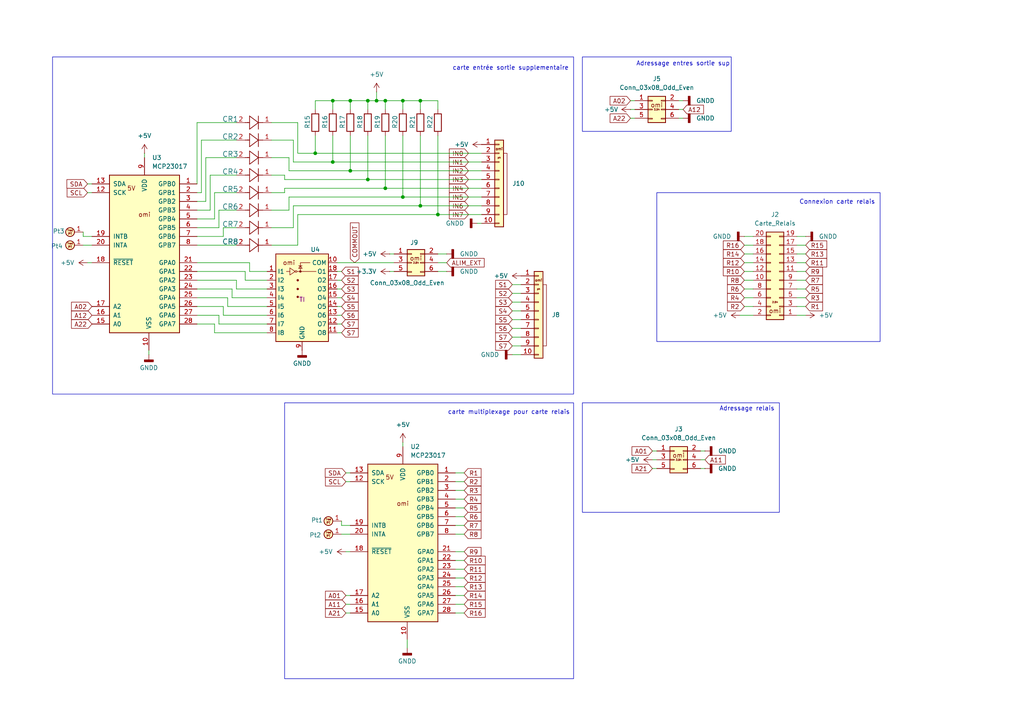
<source format=kicad_sch>
(kicad_sch (version 20231120) (generator "eeschema") (generator_version "8.0")
  (paper "A4")
  (lib_symbols
    (symbol "Device:R" (pin_numbers hide) (pin_names (offset 0))
      (property "Reference" "R" (at 2.032 0 90))
      (property "Value" "R" (at 0 0 90))
      (symbol "R_1_1"
        (pin passive line (at 0 3.81 270) (length 1.27) (name "~") (number "1"))
        (pin passive line (at 0 -3.81 90) (length 1.27) (name "~") (number "2"))
      )
    )
    (symbol "Omiconnecteur:Conn_02x03_Odd_Even_omi" (pin_names (offset 1.016) hide)
      (property "Reference" "J" (at 1.27 12.7 0))
      (property "Value" "Conn_03x08_Odd_Even" (at 0.762 -0.508 0))
      (symbol "Conn_02x03_Odd_Even_omi_1_1"
        (text "2.54" (at 1.27 7.62 0) (effects (font (size 0.5 0.5))))
        (text "omi" (at 1.27 8.89 0) (effects (font (size 1.27 1.27))))
        (pin passive line (at -5.08 10.16 0) (length 3.81) (name "Pin_1") (number "1"))
        (pin passive line (at 7.62 10.16 180) (length 3.81) (name "Pin_2") (number "2"))
        (pin passive line (at -5.08 7.62 0) (length 3.81) (name "Pin_3") (number "3"))
        (pin passive line (at 7.62 7.62 180) (length 3.81) (name "Pin_4") (number "4"))
        (pin passive line (at -5.08 5.08 0) (length 3.81) (name "Pin_5") (number "5"))
        (pin passive line (at 7.62 5.08 180) (length 3.81) (name "Pin_6") (number "6"))
      )
    )
    (symbol "Omiconnecteur:Conn_02x10_Odd_Even_omi" (pin_names (offset 1.016) hide)
      (property "Reference" "J" (at 1.27 12.7 0))
      (property "Value" "Conn_02x10_Odd_Even" (at 1.27 -15.24 0))
      (symbol "Conn_02x10_Odd_Even_omi_1_1"
        (text "2.54" (at 1.27 6.35 0) (effects (font (size 0.5 0.5))))
        (text "omi" (at 1.27 8.89 0) (effects (font (size 1.27 1.27))))
        (pin passive line (at -5.08 10.16 0) (length 3.81) (name "Pin_1") (number "1"))
        (pin passive line (at 7.62 0 180) (length 3.81) (name "Pin_10") (number "10"))
        (pin passive line (at -5.08 -2.54 0) (length 3.81) (name "Pin_11") (number "11"))
        (pin passive line (at 7.62 -2.54 180) (length 3.81) (name "Pin_12") (number "12"))
        (pin passive line (at -5.08 -5.08 0) (length 3.81) (name "Pin_13") (number "13"))
        (pin passive line (at 7.62 -5.08 180) (length 3.81) (name "Pin_14") (number "14"))
        (pin passive line (at -5.08 -7.62 0) (length 3.81) (name "Pin_15") (number "15"))
        (pin passive line (at 7.62 -7.62 180) (length 3.81) (name "Pin_16") (number "16"))
        (pin passive line (at -5.08 -10.16 0) (length 3.81) (name "Pin_17") (number "17"))
        (pin passive line (at 7.62 -10.16 180) (length 3.81) (name "Pin_18") (number "18"))
        (pin passive line (at -5.08 -12.7 0) (length 3.81) (name "Pin_19") (number "19"))
        (pin passive line (at 7.62 10.16 180) (length 3.81) (name "Pin_2") (number "2"))
        (pin passive line (at 7.62 -12.7 180) (length 3.81) (name "Pin_20") (number "20"))
        (pin passive line (at -5.08 7.62 0) (length 3.81) (name "Pin_3") (number "3"))
        (pin passive line (at 7.62 7.62 180) (length 3.81) (name "Pin_4") (number "4"))
        (pin passive line (at -5.08 5.08 0) (length 3.81) (name "Pin_5") (number "5"))
        (pin passive line (at 7.62 5.08 180) (length 3.81) (name "Pin_6") (number "6"))
        (pin passive line (at -5.08 2.54 0) (length 3.81) (name "Pin_7") (number "7"))
        (pin passive line (at 7.62 2.54 180) (length 3.81) (name "Pin_8") (number "8"))
        (pin passive line (at -5.08 0 0) (length 3.81) (name "Pin_9") (number "9"))
      )
    )
    (symbol "Omiconnecteur:Conn_PH_01x10_P2.00mm_trad_vertical" (pin_names (offset 1.016) hide)
      (property "Reference" "J" (at 0 12.7 0))
      (symbol "Conn_PH_01x10_P2.00mm_trad_vertical_1_1"
        (text "omi" (at 1.27 8.89 0) (effects (font (size 0.75 0.75))))
        (text "ph\n" (at 1.27 6.35 0) (effects (font (size 0.5 0.5))))
        (pin passive line (at -3.81 10.16 0) (length 3.81) (name "Pin_1") (number "1"))
        (pin passive line (at -3.81 -12.7 0) (length 3.81) (name "Pin_10") (number "10"))
        (pin passive line (at -3.81 7.62 0) (length 3.81) (name "Pin_2") (number "2"))
        (pin passive line (at -3.81 5.08 0) (length 3.81) (name "Pin_3") (number "3"))
        (pin passive line (at -3.81 2.54 0) (length 3.81) (name "Pin_4") (number "4"))
        (pin passive line (at -3.81 0 0) (length 3.81) (name "Pin_5") (number "5"))
        (pin passive line (at -3.81 -2.54 0) (length 3.81) (name "Pin_6") (number "6"))
        (pin passive line (at -3.81 -5.08 0) (length 3.81) (name "Pin_7") (number "7"))
        (pin passive line (at -3.81 -7.62 0) (length 3.81) (name "Pin_8") (number "8"))
        (pin passive line (at -3.81 -10.16 0) (length 3.81) (name "Pin_9") (number "9"))
      )
    )
    (symbol "Omidiode:BAS170W" (pin_names (offset 0.254))
      (property "Reference" "CR" (at 5.08 4.445 0))
      (property "Value" "BAS170W" (at 5.08 -3.81 0))
      (symbol "BAS170W_1_1"
        (pin passive line (at 10.16 0 180) (length 2.54) (name "") (number "1"))
        (pin passive line (at 0 0 0) (length 2.54) (name "") (number "2"))
      )
    )
    (symbol "Omidivers:PT_trad_1.0mm" (pin_names (offset 1.016) hide)
      (property "Reference" "Pt" (at 0.508 2.286 0))
      (symbol "PT_trad_1.0mm_1_1"
        (text "PT" (at 1.27 0.508 0) (effects (font (size 0.635 0.635))))
        (text "Trad" (at 1.27 -0.508 0) (effects (font (size 0.508 0.508))))
        (pin passive line (at -2.54 0 0) (length 2.54) (name "Pin_1") (number "1"))
      )
    )
    (symbol "Omigpio:MCP23017" (pin_names (offset 1.016))
      (property "Reference" "U8" (at -6.35 24.13 0))
      (property "Value" "MCP23017" (at 3.81 24.13 0))
      (symbol "MCP23017_1_1"
        (text "5V" (at -1.27 19.05 0) (effects (font (size 1.27 1.27))))
        (text "omi" (at 2.54 11.43 0) (effects (font (size 1.27 1.27))))
        (pin bidirectional line (at 17.78 20.32 180) (length 5.08) (name "GPB0") (number "1"))
        (pin input line (at 3.81 -27.94 90) (length 5.08) (name "VSS") (number "10"))
        (pin no_connect line (at -12.7 15.24 0) (length 5.08) hide (name "NC") (number "11"))
        (pin input line (at -12.7 17.78 0) (length 5.08) (name "SCK") (number "12"))
        (pin bidirectional line (at -12.7 20.32 0) (length 5.08) (name "SDA") (number "13"))
        (pin no_connect line (at -12.7 12.7 0) (length 5.08) hide (name "NC") (number "14"))
        (pin input line (at -12.7 -20.32 0) (length 5.08) (name "A0") (number "15"))
        (pin input line (at -12.7 -17.78 0) (length 5.08) (name "A1") (number "16"))
        (pin input line (at -12.7 -15.24 0) (length 5.08) (name "A2") (number "17"))
        (pin input line (at -12.7 -2.54 0) (length 5.08) (name "~{RESET}") (number "18"))
        (pin tri_state line (at -12.7 5.08 0) (length 5.08) (name "INTB") (number "19"))
        (pin bidirectional line (at 17.78 17.78 180) (length 5.08) (name "GPB1") (number "2"))
        (pin tri_state line (at -12.7 2.54 0) (length 5.08) (name "INTA") (number "20"))
        (pin bidirectional line (at 17.78 -2.54 180) (length 5.08) (name "GPA0") (number "21"))
        (pin bidirectional line (at 17.78 -5.08 180) (length 5.08) (name "GPA1") (number "22"))
        (pin bidirectional line (at 17.78 -7.62 180) (length 5.08) (name "GPA2") (number "23"))
        (pin bidirectional line (at 17.78 -10.16 180) (length 5.08) (name "GPA3") (number "24"))
        (pin bidirectional line (at 17.78 -12.7 180) (length 5.08) (name "GPA4") (number "25"))
        (pin bidirectional line (at 17.78 -15.24 180) (length 5.08) (name "GPA5") (number "26"))
        (pin bidirectional line (at 17.78 -17.78 180) (length 5.08) (name "GPA6") (number "27"))
        (pin bidirectional line (at 17.78 -20.32 180) (length 5.08) (name "GPA7") (number "28"))
        (pin bidirectional line (at 17.78 15.24 180) (length 5.08) (name "GPB2") (number "3"))
        (pin bidirectional line (at 17.78 12.7 180) (length 5.08) (name "GPB3") (number "4"))
        (pin bidirectional line (at 17.78 10.16 180) (length 5.08) (name "GPB4") (number "5"))
        (pin bidirectional line (at 17.78 7.62 180) (length 5.08) (name "GPB5") (number "6"))
        (pin bidirectional line (at 17.78 5.08 180) (length 5.08) (name "GPB6") (number "7"))
        (pin bidirectional line (at 17.78 2.54 180) (length 5.08) (name "GPB7") (number "8"))
        (pin input line (at 2.54 27.94 270) (length 5.08) (name "VDD") (number "9"))
      )
    )
    (symbol "Omigpio:ULN2803ADWR"
      (property "Reference" "U9" (at 0 14.3043 0))
      (property "Value" "ULN2803ADWR" (at 0 11.8801 0))
      (property "Fabriquant" "TI" (at 0 0 0))
      (property "fabreference" "ULN2803ADWR" (at 0 0 0))
      (property "Distributeur1" "RS:646-6311P" (at 0 0 0))
      (property "Distributeur2" "F:1652419" (at 0 0 0))
      (property "Distributeur3" "DK:296-15777-1-ND" (at 0 0 0))
      (symbol "ULN2803ADWR_1_1"
        (text "omi" (at -3.81 7.62 0) (effects (font (size 1.27 1.27))))
        (pin input line (at -10.16 5.08 0) (length 2.54) (name "I1") (number "1"))
        (pin passive line (at 10.16 7.62 180) (length 2.54) (name "COM") (number "10"))
        (pin open_collector line (at 10.16 -12.7 180) (length 2.54) (name "O8") (number "11"))
        (pin open_collector line (at 10.16 -10.16 180) (length 2.54) (name "O7") (number "12"))
        (pin open_collector line (at 10.16 -7.62 180) (length 2.54) (name "O6") (number "13"))
        (pin open_collector line (at 10.16 -5.08 180) (length 2.54) (name "O5") (number "14"))
        (pin open_collector line (at 10.16 -2.54 180) (length 2.54) (name "O4") (number "15"))
        (pin open_collector line (at 10.16 0 180) (length 2.54) (name "O3") (number "16"))
        (pin open_collector line (at 10.16 2.54 180) (length 2.54) (name "O2") (number "17"))
        (pin open_collector line (at 10.16 5.08 180) (length 2.54) (name "O1") (number "18"))
        (pin input line (at -10.16 2.54 0) (length 2.54) (name "I2") (number "2"))
        (pin input line (at -10.16 0 0) (length 2.54) (name "I3") (number "3"))
        (pin input line (at -10.16 -2.54 0) (length 2.54) (name "I4") (number "4"))
        (pin input line (at -10.16 -5.08 0) (length 2.54) (name "I5") (number "5"))
        (pin input line (at -10.16 -7.62 0) (length 2.54) (name "I6") (number "6"))
        (pin input line (at -10.16 -10.16 0) (length 2.54) (name "I7") (number "7"))
        (pin input line (at -10.16 -12.7 0) (length 2.54) (name "I8") (number "8"))
        (pin input line (at 0 -17.78 90) (length 2.54) (name "GND") (number "9"))
      )
    )
    (symbol "power:+3.3V" (power) (pin_numbers hide) (pin_names (offset 0) hide)
      (property "Value" "+3.3V" (at 0 3.556 0))
      (symbol "+3.3V_1_1"
        (pin power_in line (at 0 0 90) (length 0) (name "~") (number "1"))
      )
    )
    (symbol "power:+5V" (power) (pin_numbers hide) (pin_names (offset 0) hide)
      (property "Value" "+5V" (at 0 3.556 0))
      (symbol "+5V_1_1"
        (pin power_in line (at 0 0 90) (length 0) (name "~") (number "1"))
      )
    )
    (symbol "power:GNDD" (power) (pin_numbers hide) (pin_names (offset 0) hide)
      (property "Value" "GNDD" (at 0 -3.175 0))
      (symbol "GNDD_1_1"
        (pin power_in line (at 0 0 270) (length 0) (name "~") (number "1"))
      )
    )
  )
  (junction (at 101.6 49.53))
  (junction (at 101.6 29.21))
  (junction (at 96.52 29.21))
  (junction (at 91.44 44.45))
  (junction (at 121.92 29.21))
  (junction (at 109.22 29.21))
  (junction (at 106.68 52.07))
  (junction (at 106.68 29.21))
  (junction (at 116.84 29.21))
  (junction (at 116.84 57.15))
  (junction (at 127 62.23))
  (junction (at 111.76 54.61))
  (junction (at 121.92 59.69))
  (junction (at 96.52 46.99))
  (junction (at 111.76 29.21))
  (wire (pts (xy 127 39.37) (xy 127 62.23)))
  (wire (pts (xy 86.36 62.23) (xy 86.36 71.12)))
  (wire (pts (xy 233.68 88.9) (xy 231.14 88.9)))
  (wire (pts (xy 62.23 96.52) (xy 62.23 93.98)))
  (wire (pts (xy 233.68 78.74) (xy 231.14 78.74)))
  (wire (pts (xy 109.22 29.21) (xy 111.76 29.21)))
  (wire (pts (xy 113.03 78.74) (xy 114.3 78.74)))
  (wire (pts (xy 57.15 63.5) (xy 62.23 63.5)))
  (wire (pts (xy 148.59 82.55) (xy 151.13 82.55)))
  (wire (pts (xy 233.68 73.66) (xy 231.14 73.66)))
  (wire (pts (xy 25.4 76.2) (xy 26.67 76.2)))
  (wire (pts (xy 99.06 81.28) (xy 97.79 81.28)))
  (wire (pts (xy 60.96 60.96) (xy 57.15 60.96)))
  (wire (pts (xy 129.54 76.2) (xy 127 76.2)))
  (wire (pts (xy 96.52 29.21) (xy 101.6 29.21)))
  (wire (pts (xy 57.15 71.12) (xy 68.58 71.12)))
  (wire (pts (xy 116.84 39.37) (xy 116.84 57.15)))
  (wire (pts (xy 198.12 34.29) (xy 196.85 34.29)))
  (wire (pts (xy 68.58 83.82) (xy 77.47 83.82)))
  (wire (pts (xy 97.79 76.2) (xy 114.3 76.2)))
  (wire (pts (xy 71.12 81.28) (xy 71.12 78.74)))
  (wire (pts (xy 64.77 91.44) (xy 77.47 91.44)))
  (wire (pts (xy 129.54 78.74) (xy 127 78.74)))
  (wire (pts (xy 62.23 93.98) (xy 57.15 93.98)))
  (wire (pts (xy 63.5 66.04) (xy 63.5 60.96)))
  (wire (pts (xy 182.88 29.21) (xy 184.15 29.21)))
  (wire (pts (xy 101.6 39.37) (xy 101.6 49.53)))
  (wire (pts (xy 62.23 55.88) (xy 68.58 55.88)))
  (wire (pts (xy 78.74 60.96) (xy 83.82 60.96)))
  (wire (pts (xy 101.6 152.4) (xy 99.06 152.4)))
  (wire (pts (xy 204.47 130.81) (xy 203.2 130.81)))
  (wire (pts (xy 215.9 83.82) (xy 218.44 83.82)))
  (wire (pts (xy 198.12 31.75) (xy 196.85 31.75)))
  (wire (pts (xy 134.62 167.64) (xy 132.08 167.64)))
  (wire (pts (xy 96.52 46.99) (xy 139.7 46.99)))
  (wire (pts (xy 134.62 137.16) (xy 132.08 137.16)))
  (wire (pts (xy 121.92 39.37) (xy 121.92 59.69)))
  (wire (pts (xy 57.15 35.56) (xy 57.15 53.34)))
  (wire (pts (xy 134.62 144.78) (xy 132.08 144.78)))
  (wire (pts (xy 43.18 102.87) (xy 43.18 101.6)))
  (wire (pts (xy 59.69 45.72) (xy 68.58 45.72)))
  (wire (pts (xy 86.36 44.45) (xy 91.44 44.45)))
  (wire (pts (xy 127 31.75) (xy 127 29.21)))
  (wire (pts (xy 148.59 87.63) (xy 151.13 87.63)))
  (wire (pts (xy 127 62.23) (xy 139.7 62.23)))
  (wire (pts (xy 106.68 29.21) (xy 106.68 31.75)))
  (wire (pts (xy 101.6 31.75) (xy 101.6 29.21)))
  (wire (pts (xy 85.09 46.99) (xy 85.09 40.64)))
  (wire (pts (xy 86.36 62.23) (xy 127 62.23)))
  (wire (pts (xy 204.47 135.89) (xy 203.2 135.89)))
  (wire (pts (xy 127 29.21) (xy 121.92 29.21)))
  (wire (pts (xy 83.82 49.53) (xy 101.6 49.53)))
  (wire (pts (xy 59.69 58.42) (xy 59.69 45.72)))
  (wire (pts (xy 64.77 91.44) (xy 64.77 88.9)))
  (wire (pts (xy 71.12 78.74) (xy 57.15 78.74)))
  (wire (pts (xy 57.15 68.58) (xy 64.77 68.58)))
  (wire (pts (xy 134.62 147.32) (xy 132.08 147.32)))
  (wire (pts (xy 121.92 59.69) (xy 139.7 59.69)))
  (wire (pts (xy 41.91 44.45) (xy 41.91 45.72)))
  (wire (pts (xy 233.68 76.2) (xy 231.14 76.2)))
  (wire (pts (xy 66.04 88.9) (xy 66.04 86.36)))
  (wire (pts (xy 66.04 86.36) (xy 57.15 86.36)))
  (wire (pts (xy 99.06 86.36) (xy 97.79 86.36)))
  (wire (pts (xy 67.31 86.36) (xy 77.47 86.36)))
  (wire (pts (xy 68.58 83.82) (xy 68.58 81.28)))
  (wire (pts (xy 91.44 29.21) (xy 96.52 29.21)))
  (wire (pts (xy 215.9 76.2) (xy 218.44 76.2)))
  (wire (pts (xy 148.59 100.33) (xy 151.13 100.33)))
  (wire (pts (xy 138.43 64.77) (xy 139.7 64.77)))
  (wire (pts (xy 83.82 57.15) (xy 116.84 57.15)))
  (wire (pts (xy 134.62 149.86) (xy 132.08 149.86)))
  (wire (pts (xy 96.52 31.75) (xy 96.52 29.21)))
  (wire (pts (xy 99.06 93.98) (xy 97.79 93.98)))
  (wire (pts (xy 215.9 71.12) (xy 218.44 71.12)))
  (wire (pts (xy 82.55 54.61) (xy 111.76 54.61)))
  (wire (pts (xy 68.58 50.8) (xy 60.96 50.8)))
  (wire (pts (xy 148.59 92.71) (xy 151.13 92.71)))
  (wire (pts (xy 134.62 172.72) (xy 132.08 172.72)))
  (wire (pts (xy 64.77 66.04) (xy 68.58 66.04)))
  (wire (pts (xy 25.4 53.34) (xy 26.67 53.34)))
  (wire (pts (xy 96.52 39.37) (xy 96.52 46.99)))
  (wire (pts (xy 83.82 60.96) (xy 83.82 57.15)))
  (wire (pts (xy 24.13 71.12) (xy 26.67 71.12)))
  (wire (pts (xy 99.06 154.94) (xy 101.6 154.94)))
  (wire (pts (xy 121.92 31.75) (xy 121.92 29.21)))
  (wire (pts (xy 182.88 34.29) (xy 184.15 34.29)))
  (wire (pts (xy 63.5 60.96) (xy 68.58 60.96)))
  (wire (pts (xy 101.6 29.21) (xy 106.68 29.21)))
  (wire (pts (xy 233.68 81.28) (xy 231.14 81.28)))
  (wire (pts (xy 113.03 73.66) (xy 114.3 73.66)))
  (wire (pts (xy 100.33 177.8) (xy 101.6 177.8)))
  (wire (pts (xy 78.74 35.56) (xy 86.36 35.56)))
  (wire (pts (xy 116.84 57.15) (xy 139.7 57.15)))
  (wire (pts (xy 62.23 96.52) (xy 77.47 96.52)))
  (wire (pts (xy 189.23 133.35) (xy 190.5 133.35)))
  (wire (pts (xy 134.62 177.8) (xy 132.08 177.8)))
  (wire (pts (xy 215.9 86.36) (xy 218.44 86.36)))
  (wire (pts (xy 215.9 73.66) (xy 218.44 73.66)))
  (wire (pts (xy 99.06 78.74) (xy 97.79 78.74)))
  (wire (pts (xy 99.06 91.44) (xy 97.79 91.44)))
  (wire (pts (xy 109.22 29.21) (xy 106.68 29.21)))
  (wire (pts (xy 106.68 39.37) (xy 106.68 52.07)))
  (wire (pts (xy 83.82 49.53) (xy 83.82 45.72)))
  (wire (pts (xy 116.84 128.27) (xy 116.84 129.54)))
  (wire (pts (xy 215.9 78.74) (xy 218.44 78.74)))
  (wire (pts (xy 100.33 139.7) (xy 101.6 139.7)))
  (wire (pts (xy 189.23 135.89) (xy 190.5 135.89)))
  (wire (pts (xy 82.55 50.8) (xy 82.55 52.07)))
  (wire (pts (xy 148.59 102.87) (xy 151.13 102.87)))
  (wire (pts (xy 72.39 78.74) (xy 77.47 78.74)))
  (wire (pts (xy 67.31 83.82) (xy 57.15 83.82)))
  (wire (pts (xy 129.54 73.66) (xy 127 73.66)))
  (wire (pts (xy 121.92 29.21) (xy 116.84 29.21)))
  (wire (pts (xy 78.74 55.88) (xy 82.55 55.88)))
  (wire (pts (xy 148.59 95.25) (xy 151.13 95.25)))
  (wire (pts (xy 99.06 88.9) (xy 97.79 88.9)))
  (wire (pts (xy 215.9 81.28) (xy 218.44 81.28)))
  (wire (pts (xy 111.76 54.61) (xy 139.7 54.61)))
  (wire (pts (xy 100.33 172.72) (xy 101.6 172.72)))
  (wire (pts (xy 64.77 68.58) (xy 64.77 66.04)))
  (wire (pts (xy 25.4 55.88) (xy 26.67 55.88)))
  (wire (pts (xy 100.33 175.26) (xy 101.6 175.26)))
  (wire (pts (xy 148.59 90.17) (xy 151.13 90.17)))
  (wire (pts (xy 233.68 86.36) (xy 231.14 86.36)))
  (wire (pts (xy 85.09 59.69) (xy 85.09 66.04)))
  (wire (pts (xy 62.23 63.5) (xy 62.23 55.88)))
  (wire (pts (xy 68.58 35.56) (xy 57.15 35.56)))
  (wire (pts (xy 66.04 88.9) (xy 77.47 88.9)))
  (wire (pts (xy 71.12 81.28) (xy 77.47 81.28)))
  (wire (pts (xy 85.09 59.69) (xy 121.92 59.69)))
  (wire (pts (xy 67.31 86.36) (xy 67.31 83.82)))
  (wire (pts (xy 109.22 26.67) (xy 109.22 29.21)))
  (wire (pts (xy 57.15 58.42) (xy 59.69 58.42)))
  (wire (pts (xy 78.74 71.12) (xy 86.36 71.12)))
  (wire (pts (xy 215.9 88.9) (xy 218.44 88.9)))
  (wire (pts (xy 134.62 139.7) (xy 132.08 139.7)))
  (wire (pts (xy 189.23 130.81) (xy 190.5 130.81)))
  (wire (pts (xy 91.44 31.75) (xy 91.44 29.21)))
  (wire (pts (xy 78.74 40.64) (xy 85.09 40.64)))
  (wire (pts (xy 215.9 68.58) (xy 218.44 68.58)))
  (wire (pts (xy 68.58 40.64) (xy 58.42 40.64)))
  (wire (pts (xy 26.67 68.58) (xy 24.13 68.58)))
  (wire (pts (xy 231.14 68.58) (xy 233.68 68.58)))
  (wire (pts (xy 198.12 29.21) (xy 196.85 29.21)))
  (wire (pts (xy 58.42 40.64) (xy 58.42 55.88)))
  (wire (pts (xy 60.96 50.8) (xy 60.96 60.96)))
  (wire (pts (xy 99.06 83.82) (xy 97.79 83.82)))
  (wire (pts (xy 116.84 31.75) (xy 116.84 29.21)))
  (wire (pts (xy 91.44 44.45) (xy 139.7 44.45)))
  (wire (pts (xy 68.58 81.28) (xy 57.15 81.28)))
  (wire (pts (xy 63.5 91.44) (xy 57.15 91.44)))
  (wire (pts (xy 82.55 52.07) (xy 106.68 52.07)))
  (wire (pts (xy 101.6 49.53) (xy 139.7 49.53)))
  (wire (pts (xy 72.39 76.2) (xy 57.15 76.2)))
  (wire (pts (xy 57.15 66.04) (xy 63.5 66.04)))
  (wire (pts (xy 99.06 96.52) (xy 97.79 96.52)))
  (wire (pts (xy 233.68 71.12) (xy 231.14 71.12)))
  (wire (pts (xy 118.11 187.96) (xy 118.11 185.42)))
  (wire (pts (xy 233.68 83.82) (xy 231.14 83.82)))
  (wire (pts (xy 116.84 29.21) (xy 111.76 29.21)))
  (wire (pts (xy 148.59 85.09) (xy 151.13 85.09)))
  (wire (pts (xy 148.59 97.79) (xy 151.13 97.79)))
  (wire (pts (xy 82.55 55.88) (xy 82.55 54.61)))
  (wire (pts (xy 85.09 46.99) (xy 96.52 46.99)))
  (wire (pts (xy 214.63 91.44) (xy 218.44 91.44)))
  (wire (pts (xy 24.13 68.58) (xy 24.13 67.31)))
  (wire (pts (xy 134.62 160.02) (xy 132.08 160.02)))
  (wire (pts (xy 100.33 160.02) (xy 101.6 160.02)))
  (wire (pts (xy 111.76 31.75) (xy 111.76 29.21)))
  (wire (pts (xy 134.62 170.18) (xy 132.08 170.18)))
  (wire (pts (xy 134.62 175.26) (xy 132.08 175.26)))
  (wire (pts (xy 111.76 39.37) (xy 111.76 54.61)))
  (wire (pts (xy 134.62 165.1) (xy 132.08 165.1)))
  (wire (pts (xy 58.42 55.88) (xy 57.15 55.88)))
  (wire (pts (xy 134.62 152.4) (xy 132.08 152.4)))
  (wire (pts (xy 78.74 50.8) (xy 82.55 50.8)))
  (wire (pts (xy 63.5 93.98) (xy 77.47 93.98)))
  (wire (pts (xy 134.62 162.56) (xy 132.08 162.56)))
  (wire (pts (xy 99.06 152.4) (xy 99.06 151.13)))
  (wire (pts (xy 231.14 91.44) (xy 233.68 91.44)))
  (wire (pts (xy 100.33 137.16) (xy 101.6 137.16)))
  (wire (pts (xy 134.62 142.24) (xy 132.08 142.24)))
  (wire (pts (xy 86.36 35.56) (xy 86.36 44.45)))
  (wire (pts (xy 78.74 45.72) (xy 83.82 45.72)))
  (wire (pts (xy 182.88 31.75) (xy 184.15 31.75)))
  (wire (pts (xy 72.39 78.74) (xy 72.39 76.2)))
  (wire (pts (xy 78.74 66.04) (xy 85.09 66.04)))
  (wire (pts (xy 134.62 154.94) (xy 132.08 154.94)))
  (wire (pts (xy 63.5 93.98) (xy 63.5 91.44)))
  (wire (pts (xy 106.68 52.07) (xy 139.7 52.07)))
  (wire (pts (xy 204.47 133.35) (xy 203.2 133.35)))
  (wire (pts (xy 64.77 88.9) (xy 57.15 88.9)))
  (wire (pts (xy 91.44 39.37) (xy 91.44 44.45)))
  (rectangle (start 168.91 116.84) (end 226.06 148.59))
  (rectangle (start 190.5 55.88) (end 255.27 99.06))
  (rectangle (start 168.91 16.51) (end 212.09 38.1))
  (rectangle (start 15.24 16.51) (end 166.37 114.3))
  (rectangle (start 82.55 116.84) (end 166.37 196.85))
  (text "carte entrée sortie supplementaire \n" (at 148.59 19.812 0) (effects (font (size 1.27 1.27))))
  (text "Adressage relais\n\n" (at 216.662 119.634 0) (effects (font (size 1.27 1.27))))
  (text "carte multiplexage pour carte relais \n" (at 148.082 119.634 0) (effects (font (size 1.27 1.27))))
  (text "Adressage entres sortie sup\n" (at 198.12 18.542 0) (effects (font (size 1.27 1.27))))
  (text "Connexion carte relais\n" (at 242.824 58.674 0) (effects (font (size 1.27 1.27))))
  (global_label "A21" (shape input) (at 100.33 177.8 180) (property "Intersheetrefs" "${INTERSHEET_REFS}" (effects (hide yes))))
  (global_label "S7" (shape input) (at 99.06 93.98 0) (property "Intersheetrefs" "${INTERSHEET_REFS}" (effects (hide yes))))
  (global_label "R11" (shape input) (at 233.68 76.2 0) (property "Intersheetrefs" "${INTERSHEET_REFS}" (effects (hide yes))))
  (global_label "SDA" (shape input) (at 25.4 53.34 180) (property "Intersheetrefs" "${INTERSHEET_REFS}" (effects (hide yes))))
  (global_label "A12" (shape input) (at 198.12 31.75 0) (property "Intersheetrefs" "${INTERSHEET_REFS}" (effects (hide yes))))
  (global_label "IN5" (shape input) (at 135.89 57.15 180) (property "Intersheetrefs" "${INTERSHEET_REFS}" (effects (hide yes))))
  (global_label "R5" (shape input) (at 233.68 83.82 0) (property "Intersheetrefs" "${INTERSHEET_REFS}" (effects (hide yes))))
  (global_label "R4" (shape input) (at 134.62 144.78 0) (property "Intersheetrefs" "${INTERSHEET_REFS}" (effects (hide yes))))
  (global_label "R7" (shape input) (at 134.62 152.4 0) (property "Intersheetrefs" "${INTERSHEET_REFS}" (effects (hide yes))))
  (global_label "R15" (shape input) (at 134.62 175.26 0) (property "Intersheetrefs" "${INTERSHEET_REFS}" (effects (hide yes))))
  (global_label "R2" (shape input) (at 215.9 88.9 180) (property "Intersheetrefs" "${INTERSHEET_REFS}" (effects (hide yes))))
  (global_label "R11" (shape input) (at 134.62 165.1 0) (property "Intersheetrefs" "${INTERSHEET_REFS}" (effects (hide yes))))
  (global_label "R16" (shape input) (at 134.62 177.8 0) (property "Intersheetrefs" "${INTERSHEET_REFS}" (effects (hide yes))))
  (global_label "R14" (shape input) (at 215.9 73.66 180) (property "Intersheetrefs" "${INTERSHEET_REFS}" (effects (hide yes))))
  (global_label "R12" (shape input) (at 134.62 167.64 0) (property "Intersheetrefs" "${INTERSHEET_REFS}" (effects (hide yes))))
  (global_label "R2" (shape input) (at 134.62 139.7 0) (property "Intersheetrefs" "${INTERSHEET_REFS}" (effects (hide yes))))
  (global_label "R16" (shape input) (at 215.9 71.12 180) (property "Intersheetrefs" "${INTERSHEET_REFS}" (effects (hide yes))))
  (global_label "A01" (shape input) (at 100.33 172.72 180) (property "Intersheetrefs" "${INTERSHEET_REFS}" (effects (hide yes))))
  (global_label "S1" (shape input) (at 99.06 78.74 0) (property "Intersheetrefs" "${INTERSHEET_REFS}" (effects (hide yes))))
  (global_label "R7" (shape input) (at 233.68 81.28 0) (property "Intersheetrefs" "${INTERSHEET_REFS}" (effects (hide yes))))
  (global_label "S7" (shape input) (at 148.59 97.79 180) (property "Intersheetrefs" "${INTERSHEET_REFS}" (effects (hide yes))))
  (global_label "R15" (shape input) (at 233.68 71.12 0) (property "Intersheetrefs" "${INTERSHEET_REFS}" (effects (hide yes))))
  (global_label "R3" (shape input) (at 134.62 142.24 0) (property "Intersheetrefs" "${INTERSHEET_REFS}" (effects (hide yes))))
  (global_label "S1" (shape input) (at 148.59 82.55 180) (property "Intersheetrefs" "${INTERSHEET_REFS}" (effects (hide yes))))
  (global_label "S6" (shape input) (at 148.59 95.25 180) (property "Intersheetrefs" "${INTERSHEET_REFS}" (effects (hide yes))))
  (global_label "R4" (shape input) (at 215.9 86.36 180) (property "Intersheetrefs" "${INTERSHEET_REFS}" (effects (hide yes))))
  (global_label "R8" (shape input) (at 134.62 154.94 0) (property "Intersheetrefs" "${INTERSHEET_REFS}" (effects (hide yes))))
  (global_label "IN6" (shape input) (at 135.89 59.69 180) (property "Intersheetrefs" "${INTERSHEET_REFS}" (effects (hide yes))))
  (global_label "IN2" (shape input) (at 135.89 49.53 180) (property "Intersheetrefs" "${INTERSHEET_REFS}" (effects (hide yes))))
  (global_label "R1" (shape input) (at 134.62 137.16 0) (property "Intersheetrefs" "${INTERSHEET_REFS}" (effects (hide yes))))
  (global_label "R6" (shape input) (at 215.9 83.82 180) (property "Intersheetrefs" "${INTERSHEET_REFS}" (effects (hide yes))))
  (global_label "SCL" (shape input) (at 100.33 139.7 180) (property "Intersheetrefs" "${INTERSHEET_REFS}" (effects (hide yes))))
  (global_label "S6" (shape input) (at 99.06 91.44 0) (property "Intersheetrefs" "${INTERSHEET_REFS}" (effects (hide yes))))
  (global_label "R12" (shape input) (at 215.9 76.2 180) (property "Intersheetrefs" "${INTERSHEET_REFS}" (effects (hide yes))))
  (global_label "S3" (shape input) (at 148.59 87.63 180) (property "Intersheetrefs" "${INTERSHEET_REFS}" (effects (hide yes))))
  (global_label "R1" (shape input) (at 233.68 88.9 0) (property "Intersheetrefs" "${INTERSHEET_REFS}" (effects (hide yes))))
  (global_label "A22" (shape input) (at 26.67 93.98 180) (property "Intersheetrefs" "${INTERSHEET_REFS}" (effects (hide yes))))
  (global_label "R13" (shape input) (at 134.62 170.18 0) (property "Intersheetrefs" "${INTERSHEET_REFS}" (effects (hide yes))))
  (global_label "R10" (shape input) (at 134.62 162.56 0) (property "Intersheetrefs" "${INTERSHEET_REFS}" (effects (hide yes))))
  (global_label "A12" (shape input) (at 26.67 91.44 180) (property "Intersheetrefs" "${INTERSHEET_REFS}" (effects (hide yes))))
  (global_label "S7" (shape input) (at 148.59 100.33 180) (property "Intersheetrefs" "${INTERSHEET_REFS}" (effects (hide yes))))
  (global_label "S2" (shape input) (at 148.59 85.09 180) (property "Intersheetrefs" "${INTERSHEET_REFS}" (effects (hide yes))))
  (global_label "S4" (shape input) (at 148.59 90.17 180) (property "Intersheetrefs" "${INTERSHEET_REFS}" (effects (hide yes))))
  (global_label "R10" (shape input) (at 215.9 78.74 180) (property "Intersheetrefs" "${INTERSHEET_REFS}" (effects (hide yes))))
  (global_label "A11" (shape input) (at 100.33 175.26 180) (property "Intersheetrefs" "${INTERSHEET_REFS}" (effects (hide yes))))
  (global_label "R9" (shape input) (at 233.68 78.74 0) (property "Intersheetrefs" "${INTERSHEET_REFS}" (effects (hide yes))))
  (global_label "R3" (shape input) (at 233.68 86.36 0) (property "Intersheetrefs" "${INTERSHEET_REFS}" (effects (hide yes))))
  (global_label "A02" (shape input) (at 182.88 29.21 180) (property "Intersheetrefs" "${INTERSHEET_REFS}" (effects (hide yes))))
  (global_label "IN7" (shape input) (at 135.89 62.23 180) (property "Intersheetrefs" "${INTERSHEET_REFS}" (effects (hide yes))))
  (global_label "R9" (shape input) (at 134.62 160.02 0) (property "Intersheetrefs" "${INTERSHEET_REFS}" (effects (hide yes))))
  (global_label "IN4" (shape input) (at 135.89 54.61 180) (property "Intersheetrefs" "${INTERSHEET_REFS}" (effects (hide yes))))
  (global_label "IN0" (shape input) (at 135.89 44.45 180) (property "Intersheetrefs" "${INTERSHEET_REFS}" (effects (hide yes))))
  (global_label "A22" (shape input) (at 182.88 34.29 180) (property "Intersheetrefs" "${INTERSHEET_REFS}" (effects (hide yes))))
  (global_label "S7" (shape input) (at 99.06 96.52 0) (property "Intersheetrefs" "${INTERSHEET_REFS}" (effects (hide yes))))
  (global_label "R5" (shape input) (at 134.62 147.32 0) (property "Intersheetrefs" "${INTERSHEET_REFS}" (effects (hide yes))))
  (global_label "S5" (shape input) (at 148.59 92.71 180) (property "Intersheetrefs" "${INTERSHEET_REFS}" (effects (hide yes))))
  (global_label "R14" (shape input) (at 134.62 172.72 0) (property "Intersheetrefs" "${INTERSHEET_REFS}" (effects (hide yes))))
  (global_label "S3" (shape input) (at 99.06 83.82 0) (property "Intersheetrefs" "${INTERSHEET_REFS}" (effects (hide yes))))
  (global_label "SDA" (shape input) (at 100.33 137.16 180) (property "Intersheetrefs" "${INTERSHEET_REFS}" (effects (hide yes))))
  (global_label "SCL" (shape input) (at 25.4 55.88 180) (property "Intersheetrefs" "${INTERSHEET_REFS}" (effects (hide yes))))
  (global_label "A01" (shape input) (at 189.23 130.81 180) (property "Intersheetrefs" "${INTERSHEET_REFS}" (effects (hide yes))))
  (global_label "R13" (shape input) (at 233.68 73.66 0) (property "Intersheetrefs" "${INTERSHEET_REFS}" (effects (hide yes))))
  (global_label "A11" (shape input) (at 204.47 133.35 0) (property "Intersheetrefs" "${INTERSHEET_REFS}" (effects (hide yes))))
  (global_label "IN1" (shape input) (at 135.89 46.99 180) (property "Intersheetrefs" "${INTERSHEET_REFS}" (effects (hide yes))))
  (global_label "R6" (shape input) (at 134.62 149.86 0) (property "Intersheetrefs" "${INTERSHEET_REFS}" (effects (hide yes))))
  (global_label "S2" (shape input) (at 99.06 81.28 0) (property "Intersheetrefs" "${INTERSHEET_REFS}" (effects (hide yes))))
  (global_label "COMMOUT" (shape input) (at 102.87 76.2 90) (property "Intersheetrefs" "${INTERSHEET_REFS}" (effects (hide yes))))
  (global_label "S4" (shape input) (at 99.06 86.36 0) (property "Intersheetrefs" "${INTERSHEET_REFS}" (effects (hide yes))))
  (global_label "R8" (shape input) (at 215.9 81.28 180) (property "Intersheetrefs" "${INTERSHEET_REFS}" (effects (hide yes))))
  (global_label "S5" (shape input) (at 99.06 88.9 0) (property "Intersheetrefs" "${INTERSHEET_REFS}" (effects (hide yes))))
  (global_label "A21" (shape input) (at 189.23 135.89 180) (property "Intersheetrefs" "${INTERSHEET_REFS}" (effects (hide yes))))
  (global_label "A02" (shape input) (at 26.67 88.9 180) (property "Intersheetrefs" "${INTERSHEET_REFS}" (effects (hide yes))))
  (global_label "ALIM_EXT" (shape input) (at 129.54 76.2 0) (property "Intersheetrefs" "${INTERSHEET_REFS}" (effects (hide yes))))
  (global_label "IN3" (shape input) (at 135.89 52.07 180) (property "Intersheetrefs" "${INTERSHEET_REFS}" (effects (hide yes))))
  (symbol (lib_id "Omidivers:PT_trad_1.0mm") (at 21.59 71.12 180) (unit 1)
    (property "Reference" "Pt4" (at 16.51 71.374 0))
    (property "Value" "PT_cms_1.0mm" (effects (hide yes)))
    (property "Footprint" "Omidivers:Pt_trad_1.0mm" (effects (hide yes)))
  )
  (symbol (lib_id "power:GNDD") (at 87.63 101.6 0) (unit 1)
    (property "Reference" "#PWR095" (effects (hide yes)))
    (property "Value" "GNDD" (at 87.63 105.41 0))
    (property "Description" "Power symbol creates a global label with name \"GNDD\" , digital ground" (effects (hide yes)))
  )
  (symbol (lib_id "power:GNDD") (at 204.47 130.81 90) (unit 1)
    (property "Reference" "#PWR0104" (effects (hide yes)))
    (property "Value" "GNDD" (at 208.28 130.8099 90) (effects (justify right)))
    (property "Description" "Power symbol creates a global label with name \"GNDD\" , digital ground" (effects (hide yes)))
  )
  (symbol (lib_id "power:GNDD") (at 204.47 135.89 90) (unit 1)
    (property "Reference" "#PWR0105" (effects (hide yes)))
    (property "Value" "GNDD" (at 208.28 135.8899 90) (effects (justify right)))
    (property "Description" "Power symbol creates a global label with name \"GNDD\" , digital ground" (effects (hide yes)))
  )
  (symbol (lib_id "Device:R") (at 111.76 35.56 0) (unit 1)
    (property "Reference" "R19" (at 109.474 37.338 90) (effects (justify left)))
    (property "Value" "R" (effects (hide yes)))
    (property "Description" "Resistor" (effects (hide yes)))
  )
  (symbol (lib_id "Device:R") (at 121.92 35.56 0) (unit 1)
    (property "Reference" "R21" (at 119.634 37.338 90) (effects (justify left)))
    (property "Value" "R" (effects (hide yes)))
    (property "Description" "Resistor" (effects (hide yes)))
  )
  (symbol (lib_id "Omidiode:BAS170W") (at 68.58 66.04 0) (unit 1)
    (property "Reference" "CR7" (at 66.802 65.024 0) (effects (font (size 1.524 1.524))))
    (property "Value" "BAS170W" (effects (hide yes)))
    (property "Footprint" "CR_WS-E3-08_VIS" (effects (hide yes)))
    (property "Datasheet" "https://rocelec.widen.net/view/pdf/vw1eb3pzwn/INFNS30154-1.pdf" (effects (hide yes)))
    (property "Omicron" "HDT-REC-0119" (effects (hide yes)))
    (property "Fabriquant" "Infineon" (effects (hide yes)))
    (property "Fabreference" "BAS170WE6327HTSA1" (effects (hide yes)))
    (property "Distributeur1" "DK:BAS170WE6327HTSA1CT-ND" (effects (hide yes)))
    (property "Distributeur2" "F:2666422" (effects (hide yes)))
  )
  (symbol (lib_id "power:GNDD") (at 138.43 64.77 270) (unit 1)
    (property "Reference" "#PWR099" (effects (hide yes)))
    (property "Value" "GNDD" (at 134.62 64.7699 90) (effects (justify right)))
    (property "Description" "Power symbol creates a global label with name \"GNDD\" , digital ground" (effects (hide yes)))
  )
  (symbol (lib_id "Omidiode:BAS170W") (at 68.58 40.64 0) (unit 1)
    (property "Reference" "CR2" (at 66.802 39.624 0) (effects (font (size 1.524 1.524))))
    (property "Value" "BAS170W" (effects (hide yes)))
    (property "Footprint" "CR_WS-E3-08_VIS" (effects (hide yes)))
    (property "Datasheet" "https://rocelec.widen.net/view/pdf/vw1eb3pzwn/INFNS30154-1.pdf" (effects (hide yes)))
    (property "Omicron" "HDT-REC-0119" (effects (hide yes)))
    (property "Fabriquant" "Infineon" (effects (hide yes)))
    (property "Fabreference" "BAS170WE6327HTSA1" (effects (hide yes)))
    (property "Distributeur1" "DK:BAS170WE6327HTSA1CT-ND" (effects (hide yes)))
    (property "Distributeur2" "F:2666422" (effects (hide yes)))
  )
  (symbol (lib_id "Omiconnecteur:Conn_02x03_Odd_Even_omi") (at 119.38 83.82 0) (unit 1)
    (property "Reference" "J9" (at 120.142 70.358 0))
    (property "Value" "Conn_03x08_Odd_Even" (at 118.11 82.042 0))
    (property "Footprint" "Omiconnecteur:PinHeader_2x03_P2.54mm_V_omi" (effects (hide yes)))
    (property "Datasheet" "https://cdn.amphenol-cs.com/media/wysiwyg/files/documentation/datasheet/boardwiretoboard/bwb_bergstik.pdf" (effects (hide yes)))
    (property "Description" "Generic connector, double row, 03x08, odd/even pin numbering scheme (row 1 odd numbers, row 2 even numbers), script generated (kicad-library-utils/schlib/autogen/connector/)" (effects (hide yes)))
    (property "Fabriquant" "Amphenol" (effects (hide yes)))
    (property "Fabreference" "77313-118-72LF" (effects (hide yes)))
    (property "Omicron" "252175" (effects (hide yes)))
    (property "Distributeur1" "F:2886108" (effects (hide yes)))
    (property "Distributeur2" "M:649-77313-118-72LF" (effects (hide yes)))
  )
  (symbol (lib_id "power:+5V") (at 182.88 31.75 90) (unit 1)
    (property "Reference" "#PWR026" (effects (hide yes)))
    (property "Value" "+5V" (at 179.324 31.75 90) (effects (justify left)))
    (property "Description" "Power symbol creates a global label with name \"+5V\"" (effects (hide yes)))
  )
  (symbol (lib_id "power:+5V") (at 41.91 44.45 0) (unit 1)
    (property "Reference" "#PWR017" (effects (hide yes)))
    (property "Value" "+5V" (at 41.91 39.37 0))
    (property "Description" "Power symbol creates a global label with name \"+5V\"" (effects (hide yes)))
  )
  (symbol (lib_id "power:+5V") (at 25.4 76.2 90) (unit 1)
    (property "Reference" "#PWR018" (effects (hide yes)))
    (property "Value" "+5V" (at 21.59 76.1999 90) (effects (justify left)))
    (property "Description" "Power symbol creates a global label with name \"+5V\"" (effects (hide yes)))
  )
  (symbol (lib_id "power:+5V") (at 113.03 73.66 90) (unit 1)
    (property "Reference" "#PWR0114" (effects (hide yes)))
    (property "Value" "+5V" (at 109.22 73.6599 90) (effects (justify left)))
    (property "Description" "Power symbol creates a global label with name \"+5V\"" (effects (hide yes)))
  )
  (symbol (lib_id "Device:R") (at 96.52 35.56 0) (unit 1)
    (property "Reference" "R16" (at 94.234 37.338 90) (effects (justify left)))
    (property "Value" "R" (effects (hide yes)))
    (property "Description" "Resistor" (effects (hide yes)))
  )
  (symbol (lib_id "Omidiode:BAS170W") (at 68.58 35.56 0) (unit 1)
    (property "Reference" "CR1" (at 66.802 34.544 0) (effects (font (size 1.524 1.524))))
    (property "Value" "BAS170W" (effects (hide yes)))
    (property "Footprint" "CR_WS-E3-08_VIS" (effects (hide yes)))
    (property "Datasheet" "https://rocelec.widen.net/view/pdf/vw1eb3pzwn/INFNS30154-1.pdf" (effects (hide yes)))
    (property "Omicron" "HDT-REC-0119" (effects (hide yes)))
    (property "Fabriquant" "Infineon" (effects (hide yes)))
    (property "Fabreference" "BAS170WE6327HTSA1" (effects (hide yes)))
    (property "Distributeur1" "DK:BAS170WE6327HTSA1CT-ND" (effects (hide yes)))
    (property "Distributeur2" "F:2666422" (effects (hide yes)))
  )
  (symbol (lib_id "power:+5V") (at 139.7 41.91 90) (unit 1)
    (property "Reference" "#PWR012" (effects (hide yes)))
    (property "Value" "+5V" (at 135.89 41.9099 90) (effects (justify left)))
    (property "Description" "Power symbol creates a global label with name \"+5V\"" (effects (hide yes)))
  )
  (symbol (lib_id "Omidivers:PT_trad_1.0mm") (at 96.52 151.13 180) (unit 1)
    (property "Reference" "Pt1" (at 91.948 150.876 0))
    (property "Value" "PT_cms_1.0mm" (effects (hide yes)))
    (property "Footprint" "Omidivers:Pt_trad_1.0mm" (effects (hide yes)))
  )
  (symbol (lib_id "Device:R") (at 116.84 35.56 0) (unit 1)
    (property "Reference" "R20" (at 114.554 37.338 90) (effects (justify left)))
    (property "Value" "R" (effects (hide yes)))
    (property "Description" "Resistor" (effects (hide yes)))
  )
  (symbol (lib_id "power:+5V") (at 116.84 128.27 0) (unit 1)
    (property "Reference" "#PWR014" (effects (hide yes)))
    (property "Value" "+5V" (at 116.84 123.19 0))
    (property "Description" "Power symbol creates a global label with name \"+5V\"" (effects (hide yes)))
  )
  (symbol (lib_id "power:GNDD") (at 215.9 68.58 270) (unit 1)
    (property "Reference" "#PWR0103" (effects (hide yes)))
    (property "Value" "GNDD" (at 212.09 68.5799 90) (effects (justify right)))
    (property "Description" "Power symbol creates a global label with name \"GNDD\" , digital ground" (effects (hide yes)))
  )
  (symbol (lib_id "power:+3.3V") (at 113.03 78.74 90) (unit 1)
    (property "Reference" "#PWR025" (effects (hide yes)))
    (property "Value" "+3.3V" (at 109.22 78.7399 90) (effects (justify left)))
    (property "Description" "Power symbol creates a global label with name \"+3.3V\"" (effects (hide yes)))
  )
  (symbol (lib_id "power:GNDD") (at 118.11 187.96 0) (unit 1)
    (property "Reference" "#PWR0106" (effects (hide yes)))
    (property "Value" "GNDD" (at 118.11 191.77 0))
    (property "Description" "Power symbol creates a global label with name \"GNDD\" , digital ground" (effects (hide yes)))
  )
  (symbol (lib_id "Device:R") (at 101.6 35.56 0) (unit 1)
    (property "Reference" "R17" (at 99.314 37.338 90) (effects (justify left)))
    (property "Value" "R" (effects (hide yes)))
    (property "Description" "Resistor" (effects (hide yes)))
  )
  (symbol (lib_id "power:GNDD") (at 129.54 73.66 90) (unit 1)
    (property "Reference" "#PWR097" (effects (hide yes)))
    (property "Value" "GNDD" (at 133.35 73.6599 90) (effects (justify right)))
    (property "Description" "Power symbol creates a global label with name \"GNDD\" , digital ground" (effects (hide yes)))
  )
  (symbol (lib_id "Omidiode:BAS170W") (at 68.58 55.88 0) (unit 1)
    (property "Reference" "CR5" (at 66.802 54.864 0) (effects (font (size 1.524 1.524))))
    (property "Value" "BAS170W" (effects (hide yes)))
    (property "Footprint" "CR_WS-E3-08_VIS" (effects (hide yes)))
    (property "Datasheet" "https://rocelec.widen.net/view/pdf/vw1eb3pzwn/INFNS30154-1.pdf" (effects (hide yes)))
    (property "Omicron" "HDT-REC-0119" (effects (hide yes)))
    (property "Fabriquant" "Infineon" (effects (hide yes)))
    (property "Fabreference" "BAS170WE6327HTSA1" (effects (hide yes)))
    (property "Distributeur1" "DK:BAS170WE6327HTSA1CT-ND" (effects (hide yes)))
    (property "Distributeur2" "F:2666422" (effects (hide yes)))
  )
  (symbol (lib_id "power:GNDD") (at 129.54 78.74 90) (unit 1)
    (property "Reference" "#PWR096" (effects (hide yes)))
    (property "Value" "GNDD" (at 133.35 78.7399 90) (effects (justify right)))
    (property "Description" "Power symbol creates a global label with name \"GNDD\" , digital ground" (effects (hide yes)))
  )
  (symbol (lib_id "Omigpio:MCP23017") (at 114.3 157.48 0) (unit 1)
    (property "Reference" "U2" (at 119.0341 129.54 0) (effects (justify left)))
    (property "Value" "MCP23017" (at 119.0341 132.08 0) (effects (justify left)))
    (property "Footprint" "Package_SO:SSOP-28_5.3x10.2mm_P0.65mm" (effects (hide yes)))
    (property "Datasheet" "http://ww1.microchip.com/downloads/en/DeviceDoc/20001952C.pdf" (effects (hide yes)))
    (property "Description" "16-bit I/O expander, I2C, interrupts, w pull-ups, SSOP-28" (effects (hide yes)))
    (property "Omicron" "HDT-IC-0296" (effects (hide yes)))
    (property "Fabriquant" "Microchip" (effects (hide yes)))
    (property "Fabreference" "MCP23017-E/SS" (effects (hide yes)))
    (property "Distributeur1" "F:1467674" (effects (hide yes)))
    (property "Distributeur2" "M:579-MCP23017-E/SS" (effects (hide yes)))
    (property "Distributeur3" "DK: MCP23017-E/SS-ND" (effects (hide yes)))
  )
  (symbol (lib_id "power:GNDD") (at 198.12 29.21 90) (unit 1)
    (property "Reference" "#PWR0100" (effects (hide yes)))
    (property "Value" "GNDD" (at 201.93 29.2099 90) (effects (justify right)))
    (property "Description" "Power symbol creates a global label with name \"GNDD\" , digital ground" (effects (hide yes)))
  )
  (symbol (lib_id "Omidiode:BAS170W") (at 68.58 50.8 0) (unit 1)
    (property "Reference" "CR4" (at 66.802 49.784 0) (effects (font (size 1.524 1.524))))
    (property "Value" "BAS170W" (effects (hide yes)))
    (property "Footprint" "CR_WS-E3-08_VIS" (effects (hide yes)))
    (property "Datasheet" "https://rocelec.widen.net/view/pdf/vw1eb3pzwn/INFNS30154-1.pdf" (effects (hide yes)))
    (property "Omicron" "HDT-REC-0119" (effects (hide yes)))
    (property "Fabriquant" "Infineon" (effects (hide yes)))
    (property "Fabreference" "BAS170WE6327HTSA1" (effects (hide yes)))
    (property "Distributeur1" "DK:BAS170WE6327HTSA1CT-ND" (effects (hide yes)))
    (property "Distributeur2" "F:2666422" (effects (hide yes)))
  )
  (symbol (lib_id "Omiconnecteur:Conn_02x10_Odd_Even_omi") (at 226.06 81.28 180) (unit 1)
    (property "Reference" "J2" (at 224.79 62.23 0))
    (property "Value" "Carte_Relais" (at 224.79 64.77 0))
    (property "Footprint" "Omiconnecteur:PinHeader_2x10_P2.54mm_V_omi" (effects (hide yes)))
    (property "Description" "Generic connector, double row, 02x10, odd/even pin numbering scheme (row 1 odd numbers, row 2 even numbers), script generated (kicad-library-utils/schlib/autogen/connector/)" (effects (hide yes)))
    (property "Documentation" "https://cdn.amphenol-cs.com/media/wysiwyg/files/documentation/datasheet/boardwiretoboard/bwb_bergstik.pdf" (effects (hide yes)))
    (property "Fabriquant" "Amphenol" (effects (hide yes)))
    (property "Fabreference" "77313-118-72LF" (effects (hide yes)))
    (property "Omicron" "252175" (effects (hide yes)))
    (property "Distributeur1" "F:2886108" (effects (hide yes)))
    (property "Distributeur2" "M:649-77313-118-72LF" (effects (hide yes)))
  )
  (symbol (lib_id "power:+5V") (at 189.23 133.35 90) (unit 1)
    (property "Reference" "#PWR019" (effects (hide yes)))
    (property "Value" "+5V" (at 185.42 133.3499 90) (effects (justify left)))
    (property "Description" "Power symbol creates a global label with name \"+5V\"" (effects (hide yes)))
  )
  (symbol (lib_id "Omiconnecteur:Conn_PH_01x10_P2.00mm_trad_vertical") (at 154.94 90.17 0) (unit 1)
    (property "Reference" "J8" (at 160.02 91.3129 0) (effects (justify left)))
    (property "Value" "Conn_PH_01x10" (effects (hide yes)))
  )
  (symbol (lib_id "Omigpio:MCP23017") (at 39.37 73.66 0) (unit 1)
    (property "Reference" "U3" (at 44.1041 45.72 0) (effects (justify left)))
    (property "Value" "MCP23017" (at 44.1041 48.26 0) (effects (justify left)))
    (property "Footprint" "Package_SO:SSOP-28_5.3x10.2mm_P0.65mm" (effects (hide yes)))
    (property "Datasheet" "http://ww1.microchip.com/downloads/en/DeviceDoc/20001952C.pdf" (effects (hide yes)))
    (property "Description" "16-bit I/O expander, I2C, interrupts, w pull-ups, SSOP-28" (effects (hide yes)))
    (property "Omicron" "HDT-IC-0296" (effects (hide yes)))
    (property "Fabriquant" "Microchip" (effects (hide yes)))
    (property "Fabreference" "MCP23017-E/SS" (effects (hide yes)))
    (property "Distributeur1" "F:1467674" (effects (hide yes)))
    (property "Distributeur2" "M:579-MCP23017-E/SS" (effects (hide yes)))
    (property "Distributeur3" "DK: MCP23017-E/SS-ND" (effects (hide yes)))
  )
  (symbol (lib_id "Omidiode:BAS170W") (at 68.58 60.96 0) (unit 1)
    (property "Reference" "CR6" (at 66.802 59.944 0) (effects (font (size 1.524 1.524))))
    (property "Value" "BAS170W" (effects (hide yes)))
    (property "Footprint" "CR_WS-E3-08_VIS" (effects (hide yes)))
    (property "Datasheet" "https://rocelec.widen.net/view/pdf/vw1eb3pzwn/INFNS30154-1.pdf" (effects (hide yes)))
    (property "Omicron" "HDT-REC-0119" (effects (hide yes)))
    (property "Fabriquant" "Infineon" (effects (hide yes)))
    (property "Fabreference" "BAS170WE6327HTSA1" (effects (hide yes)))
    (property "Distributeur1" "DK:BAS170WE6327HTSA1CT-ND" (effects (hide yes)))
    (property "Distributeur2" "F:2666422" (effects (hide yes)))
  )
  (symbol (lib_id "power:+5V") (at 214.63 91.44 90) (unit 1)
    (property "Reference" "#PWR013" (effects (hide yes)))
    (property "Value" "+5V" (at 210.82 91.4399 90) (effects (justify left)))
    (property "Description" "Power symbol creates a global label with name \"+5V\"" (effects (hide yes)))
  )
  (symbol (lib_id "power:GNDD") (at 198.12 34.29 90) (unit 1)
    (property "Reference" "#PWR0101" (effects (hide yes)))
    (property "Value" "GNDD" (at 201.93 34.2899 90) (effects (justify right)))
    (property "Description" "Power symbol creates a global label with name \"GNDD\" , digital ground" (effects (hide yes)))
  )
  (symbol (lib_id "power:GNDD") (at 233.68 68.58 90) (unit 1)
    (property "Reference" "#PWR0102" (effects (hide yes)))
    (property "Value" "GNDD" (at 237.49 68.5799 90) (effects (justify right)))
    (property "Description" "Power symbol creates a global label with name \"GNDD\" , digital ground" (effects (hide yes)))
  )
  (symbol (lib_id "Omiconnecteur:Conn_02x03_Odd_Even_omi") (at 195.58 140.97 0) (unit 1)
    (property "Reference" "J3" (at 196.85 124.46 0))
    (property "Value" "Conn_03x08_Odd_Even" (at 196.85 127 0))
    (property "Footprint" "Omiconnecteur:PinHeader_2x03_P2.54mm_V_omi" (effects (hide yes)))
    (property "Datasheet" "https://cdn.amphenol-cs.com/media/wysiwyg/files/documentation/datasheet/boardwiretoboard/bwb_bergstik.pdf" (effects (hide yes)))
    (property "Description" "Generic connector, double row, 03x08, odd/even pin numbering scheme (row 1 odd numbers, row 2 even numbers), script generated (kicad-library-utils/schlib/autogen/connector/)" (effects (hide yes)))
    (property "Fabriquant" "Amphenol" (effects (hide yes)))
    (property "Fabreference" "77313-118-72LF" (effects (hide yes)))
    (property "Omicron" "252175" (effects (hide yes)))
    (property "Distributeur1" "F:2886108" (effects (hide yes)))
    (property "Distributeur2" "M:649-77313-118-72LF" (effects (hide yes)))
  )
  (symbol (lib_id "Device:R") (at 91.44 35.56 0) (unit 1)
    (property "Reference" "R15" (at 89.154 37.338 90) (effects (justify left)))
    (property "Value" "R" (effects (hide yes)))
    (property "Description" "Resistor" (effects (hide yes)))
  )
  (symbol (lib_id "power:+5V") (at 233.68 91.44 270) (unit 1)
    (property "Reference" "#PWR027" (effects (hide yes)))
    (property "Value" "+5V" (at 237.49 91.4399 90) (effects (justify left)))
    (property "Description" "Power symbol creates a global label with name \"+5V\"" (effects (hide yes)))
  )
  (symbol (lib_id "power:+5V") (at 151.13 80.01 90) (unit 1)
    (property "Reference" "#PWR016" (effects (hide yes)))
    (property "Value" "+5V" (at 147.32 80.0099 90) (effects (justify left)))
    (property "Description" "Power symbol creates a global label with name \"+5V\"" (effects (hide yes)))
  )
  (symbol (lib_id "power:GNDD") (at 43.18 102.87 0) (unit 1)
    (property "Reference" "#PWR098" (effects (hide yes)))
    (property "Value" "GNDD" (at 43.18 106.68 0))
    (property "Description" "Power symbol creates a global label with name \"GNDD\" , digital ground" (effects (hide yes)))
  )
  (symbol (lib_id "Omigpio:ULN2803ADWR") (at 87.63 83.82 0) (unit 1)
    (property "Reference" "U4" (at 91.44 72.39 0))
    (property "Value" "ULN2803ADWR" (effects (hide yes)))
    (property "Datasheet" "http://www.ti.com/lit/ds/symlink/uln2803a.pdf" (effects (hide yes)))
    (property "Description" "Darlington Transistor Arrays, SOIC18/DIP18" (effects (hide yes)))
    (property "Fabriquant" "TI" (at 87.63 86.868 0))
    (property "fabreference" "ULN2803ADWR" (effects (hide yes)))
    (property "Distributeur1" "RS:646-6311P" (effects (hide yes)))
    (property "Distributeur2" "F:1652419" (effects (hide yes)))
    (property "Distributeur3" "DK:296-15777-1-ND" (effects (hide yes)))
  )
  (symbol (lib_id "Omiconnecteur:Conn_02x03_Odd_Even_omi") (at 189.23 39.37 0) (unit 1)
    (property "Reference" "J5" (at 190.5 22.86 0))
    (property "Value" "Conn_03x08_Odd_Even" (at 190.5 25.4 0))
    (property "Footprint" "Omiconnecteur:PinHeader_2x03_P2.54mm_V_omi" (effects (hide yes)))
    (property "Datasheet" "https://cdn.amphenol-cs.com/media/wysiwyg/files/documentation/datasheet/boardwiretoboard/bwb_bergstik.pdf" (effects (hide yes)))
    (property "Description" "Generic connector, double row, 03x08, odd/even pin numbering scheme (row 1 odd numbers, row 2 even numbers), script generated (kicad-library-utils/schlib/autogen/connector/)" (effects (hide yes)))
    (property "Fabriquant" "Amphenol" (effects (hide yes)))
    (property "Fabreference" "77313-118-72LF" (effects (hide yes)))
    (property "Omicron" "252175" (effects (hide yes)))
    (property "Distributeur1" "F:2886108" (effects (hide yes)))
    (property "Distributeur2" "M:649-77313-118-72LF" (effects (hide yes)))
  )
  (symbol (lib_id "power:GNDD") (at 148.59 102.87 270) (unit 1)
    (property "Reference" "#PWR094" (effects (hide yes)))
    (property "Value" "GNDD" (at 144.78 102.8699 90) (effects (justify right)))
    (property "Description" "Power symbol creates a global label with name \"GNDD\" , digital ground" (effects (hide yes)))
  )
  (symbol (lib_id "power:+5V") (at 100.33 160.02 90) (unit 1)
    (property "Reference" "#PWR015" (effects (hide yes)))
    (property "Value" "+5V" (at 96.52 160.0199 90) (effects (justify left)))
    (property "Description" "Power symbol creates a global label with name \"+5V\"" (effects (hide yes)))
  )
  (symbol (lib_id "power:+5V") (at 109.22 26.67 0) (unit 1)
    (property "Reference" "#PWR011" (effects (hide yes)))
    (property "Value" "+5V" (at 109.22 21.59 0))
    (property "Description" "Power symbol creates a global label with name \"+5V\"" (effects (hide yes)))
  )
  (symbol (lib_id "Omidiode:BAS170W") (at 68.58 45.72 0) (unit 1)
    (property "Reference" "CR3" (at 66.802 44.704 0) (effects (font (size 1.524 1.524))))
    (property "Value" "BAS170W" (effects (hide yes)))
    (property "Footprint" "CR_WS-E3-08_VIS" (effects (hide yes)))
    (property "Datasheet" "https://rocelec.widen.net/view/pdf/vw1eb3pzwn/INFNS30154-1.pdf" (effects (hide yes)))
    (property "Omicron" "HDT-REC-0119" (effects (hide yes)))
    (property "Fabriquant" "Infineon" (effects (hide yes)))
    (property "Fabreference" "BAS170WE6327HTSA1" (effects (hide yes)))
    (property "Distributeur1" "DK:BAS170WE6327HTSA1CT-ND" (effects (hide yes)))
    (property "Distributeur2" "F:2666422" (effects (hide yes)))
  )
  (symbol (lib_id "Device:R") (at 127 35.56 0) (unit 1)
    (property "Reference" "R22" (at 124.714 37.338 90) (effects (justify left)))
    (property "Value" "R" (effects (hide yes)))
    (property "Description" "Resistor" (effects (hide yes)))
  )
  (symbol (lib_id "Omiconnecteur:Conn_PH_01x10_P2.00mm_trad_vertical") (at 143.51 52.07 0) (unit 1)
    (property "Reference" "J10" (at 148.59 53.2129 0) (effects (justify left)))
    (property "Value" "Conn_PH_01x10" (effects (hide yes)))
  )
  (symbol (lib_id "Omidiode:BAS170W") (at 68.58 71.12 0) (unit 1)
    (property "Reference" "CR8" (at 66.802 70.104 0) (effects (font (size 1.524 1.524))))
    (property "Value" "BAS170W" (effects (hide yes)))
    (property "Footprint" "CR_WS-E3-08_VIS" (effects (hide yes)))
    (property "Datasheet" "https://rocelec.widen.net/view/pdf/vw1eb3pzwn/INFNS30154-1.pdf" (effects (hide yes)))
    (property "Omicron" "HDT-REC-0119" (effects (hide yes)))
    (property "Fabriquant" "Infineon" (effects (hide yes)))
    (property "Fabreference" "BAS170WE6327HTSA1" (effects (hide yes)))
    (property "Distributeur1" "DK:BAS170WE6327HTSA1CT-ND" (effects (hide yes)))
    (property "Distributeur2" "F:2666422" (effects (hide yes)))
  )
  (symbol (lib_id "Omidivers:PT_trad_1.0mm") (at 21.59 67.31 180) (unit 1)
    (property "Reference" "Pt3" (at 17.018 67.056 0))
    (property "Value" "PT_cms_1.0mm" (effects (hide yes)))
    (property "Footprint" "Omidivers:Pt_trad_1.0mm" (effects (hide yes)))
  )
  (symbol (lib_id "Omidivers:PT_trad_1.0mm") (at 96.52 154.94 180) (unit 1)
    (property "Reference" "Pt2" (at 91.44 155.194 0))
    (property "Value" "PT_cms_1.0mm" (effects (hide yes)))
    (property "Footprint" "Omidivers:Pt_trad_1.0mm" (effects (hide yes)))
  )
  (symbol (lib_id "Device:R") (at 106.68 35.56 0) (unit 1)
    (property "Reference" "R18" (at 104.394 37.338 90) (effects (justify left)))
    (property "Value" "R" (effects (hide yes)))
    (property "Description" "Resistor" (effects (hide yes)))
  )
)
</source>
